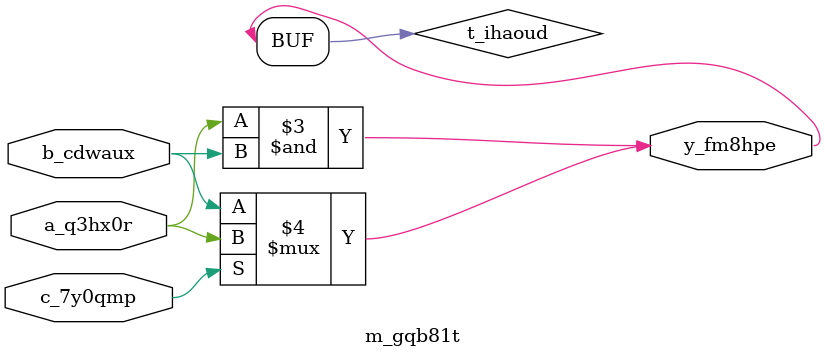
<source format=v>
module m_gqb81t(input a_q3hx0r, input b_cdwaux, input c_7y0qmp, output y_fm8hpe);
  wire w_rlhsmt;
  assign w_rlhsmt = a_o7bgmq ^ b_ujnro2;
  // harmless mux
  assign y_vh9l0b = a_o7bgmq ? w_rlhsmt : b_ujnro2;
  wire t_ihaoud;
  assign t_ihaoud = a_q3hx0r & b_cdwaux;
  assign t_ihaoud = (c_7y0qmp) ? a_q3hx0r : b_cdwaux;
  assign y_fm8hpe = t_ihaoud;
endmodule

</source>
